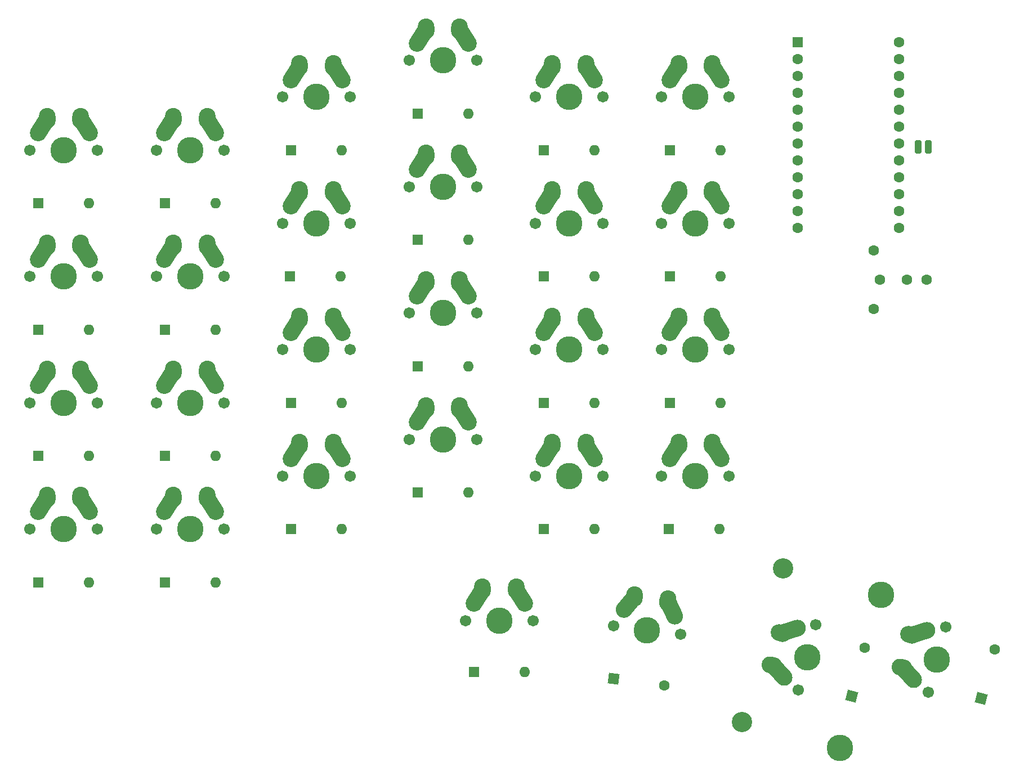
<source format=gbr>
%TF.GenerationSoftware,KiCad,Pcbnew,(6.0.2)*%
%TF.CreationDate,2022-03-02T20:59:58-08:00*%
%TF.ProjectId,CANDIEKEYBOARD,43414e44-4945-44b4-9559-424f4152442e,rev?*%
%TF.SameCoordinates,Original*%
%TF.FileFunction,Soldermask,Top*%
%TF.FilePolarity,Negative*%
%FSLAX46Y46*%
G04 Gerber Fmt 4.6, Leading zero omitted, Abs format (unit mm)*
G04 Created by KiCad (PCBNEW (6.0.2)) date 2022-03-02 20:59:58*
%MOMM*%
%LPD*%
G01*
G04 APERTURE LIST*
G04 Aperture macros list*
%AMRoundRect*
0 Rectangle with rounded corners*
0 $1 Rounding radius*
0 $2 $3 $4 $5 $6 $7 $8 $9 X,Y pos of 4 corners*
0 Add a 4 corners polygon primitive as box body*
4,1,4,$2,$3,$4,$5,$6,$7,$8,$9,$2,$3,0*
0 Add four circle primitives for the rounded corners*
1,1,$1+$1,$2,$3*
1,1,$1+$1,$4,$5*
1,1,$1+$1,$6,$7*
1,1,$1+$1,$8,$9*
0 Add four rect primitives between the rounded corners*
20,1,$1+$1,$2,$3,$4,$5,0*
20,1,$1+$1,$4,$5,$6,$7,0*
20,1,$1+$1,$6,$7,$8,$9,0*
20,1,$1+$1,$8,$9,$2,$3,0*%
%AMHorizOval*
0 Thick line with rounded ends*
0 $1 width*
0 $2 $3 position (X,Y) of the first rounded end (center of the circle)*
0 $4 $5 position (X,Y) of the second rounded end (center of the circle)*
0 Add line between two ends*
20,1,$1,$2,$3,$4,$5,0*
0 Add two circle primitives to create the rounded ends*
1,1,$1,$2,$3*
1,1,$1,$4,$5*%
%AMRotRect*
0 Rectangle, with rotation*
0 The origin of the aperture is its center*
0 $1 length*
0 $2 width*
0 $3 Rotation angle, in degrees counterclockwise*
0 Add horizontal line*
21,1,$1,$2,0,0,$3*%
G04 Aperture macros list end*
%ADD10R,1.600000X1.600000*%
%ADD11C,1.600000*%
%ADD12O,1.600000X1.600000*%
%ADD13C,1.701800*%
%ADD14C,3.987800*%
%ADD15HorizOval,2.500000X-0.604462X-0.948815X0.604462X0.948815X0*%
%ADD16HorizOval,2.500000X-0.019724X0.289328X0.019724X-0.289328X0*%
%ADD17HorizOval,2.500000X-0.019724X-0.289328X0.019724X0.289328X0*%
%ADD18HorizOval,2.500000X-0.604462X0.948815X0.604462X-0.948815X0*%
%ADD19RoundRect,0.250000X-0.250000X-0.750000X0.250000X-0.750000X0.250000X0.750000X-0.250000X0.750000X0*%
%ADD20RoundRect,0.250000X0.250000X0.750000X-0.250000X0.750000X-0.250000X-0.750000X0.250000X-0.750000X0*%
%ADD21HorizOval,2.500000X-0.760039X0.829437X0.760039X-0.829437X0*%
%ADD22HorizOval,2.500000X-0.284575X0.055831X0.284575X-0.055831X0*%
%ADD23HorizOval,2.500000X-0.274365X0.093936X0.274365X-0.093936X0*%
%ADD24HorizOval,2.500000X1.072932X0.338294X-1.072932X-0.338294X0*%
%ADD25HorizOval,2.500000X-0.018209X-0.289428X0.018209X0.289428X0*%
%ADD26HorizOval,2.500000X-0.723136X-0.861800X0.723136X0.861800X0*%
%ADD27HorizOval,2.500000X-0.057321X-0.284279X0.057321X0.284279X0*%
%ADD28HorizOval,2.500000X-0.475446X1.019596X0.475446X-1.019596X0*%
%ADD29RotRect,1.600000X1.600000X352.500000*%
%ADD30HorizOval,1.600000X0.000000X0.000000X0.000000X0.000000X0*%
%ADD31RotRect,1.600000X1.600000X75.000000*%
%ADD32HorizOval,1.600000X0.000000X0.000000X0.000000X0.000000X0*%
%ADD33C,3.048000*%
G04 APERTURE END LIST*
D10*
%TO.C,U1*%
X150404039Y-37547239D03*
D11*
X150404039Y-40087239D03*
X150404039Y-42627239D03*
X150404039Y-45167239D03*
X150404039Y-47707239D03*
X150404039Y-50247239D03*
X150404039Y-52787239D03*
X150404039Y-55327239D03*
X150404039Y-57867239D03*
X150404039Y-60407239D03*
X150404039Y-62947239D03*
X150404039Y-65487239D03*
X165644039Y-65487239D03*
X165644039Y-62947239D03*
X165644039Y-60407239D03*
X165644039Y-57867239D03*
X165644039Y-55327239D03*
X165644039Y-52787239D03*
X165644039Y-50247239D03*
X165644039Y-47707239D03*
X165644039Y-45167239D03*
X165644039Y-42627239D03*
X165644039Y-40087239D03*
X165644039Y-37547239D03*
%TD*%
D12*
%TO.C,D6*%
X138834039Y-53747239D03*
D10*
X131214039Y-53747239D03*
%TD*%
D13*
%TO.C,K8*%
X64104039Y-72747239D03*
D14*
X59024039Y-72747239D03*
D13*
X53944039Y-72747239D03*
D15*
X55769039Y-69227239D03*
D16*
X56504039Y-67957239D03*
D17*
X61544039Y-67957239D03*
D18*
X62279039Y-69227239D03*
%TD*%
D19*
%TO.C,REF\u002A\u002A*%
X170024039Y-53247239D03*
%TD*%
D20*
%TO.C,REF\u002A\u002A*%
X168524039Y-53247239D03*
%TD*%
D13*
%TO.C,K28*%
X170009238Y-135254142D03*
X172638840Y-125440336D03*
D14*
X171324039Y-130347239D03*
D21*
X167081524Y-132580285D03*
D22*
X166045030Y-131541629D03*
D23*
X167349478Y-126673363D03*
D24*
X168766436Y-126292107D03*
%TD*%
D10*
%TO.C,D25*%
X101714039Y-132247239D03*
D12*
X109334039Y-132247239D03*
%TD*%
D14*
%TO.C,K24*%
X135024039Y-102747239D03*
D13*
X129944039Y-102747239D03*
X140104039Y-102747239D03*
D16*
X132504039Y-97957239D03*
D15*
X131769039Y-99227239D03*
D18*
X138279039Y-99227239D03*
D17*
X137544039Y-97957239D03*
%TD*%
D14*
%TO.C,K26*%
X127724039Y-125947239D03*
D13*
X122687499Y-125284166D03*
X132760579Y-126610312D03*
D25*
X125850818Y-120869292D03*
D26*
X124956338Y-122032490D03*
D27*
X130847701Y-121527144D03*
D28*
X131410644Y-122882216D03*
%TD*%
D12*
%TO.C,D9*%
X81644039Y-72747239D03*
D10*
X74024039Y-72747239D03*
%TD*%
D13*
%TO.C,K7*%
X34944039Y-72747239D03*
D14*
X40024039Y-72747239D03*
D13*
X45104039Y-72747239D03*
D15*
X36769039Y-69227239D03*
D16*
X37504039Y-67957239D03*
D17*
X42544039Y-67957239D03*
D18*
X43279039Y-69227239D03*
%TD*%
D12*
%TO.C,D24*%
X138644039Y-110747239D03*
D10*
X131024039Y-110747239D03*
%TD*%
D29*
%TO.C,D26*%
X122746634Y-133249935D03*
D30*
X130301444Y-134244545D03*
%TD*%
D12*
%TO.C,D16*%
X100834039Y-86247239D03*
D10*
X93214039Y-86247239D03*
%TD*%
D12*
%TO.C,D2*%
X62834039Y-61747239D03*
D10*
X55214039Y-61747239D03*
%TD*%
D12*
%TO.C,D5*%
X119834039Y-53747239D03*
D10*
X112214039Y-53747239D03*
%TD*%
D13*
%TO.C,K20*%
X64104039Y-110747239D03*
X53944039Y-110747239D03*
D14*
X59024039Y-110747239D03*
D15*
X55769039Y-107227239D03*
D16*
X56504039Y-105957239D03*
D17*
X61544039Y-105957239D03*
D18*
X62279039Y-107227239D03*
%TD*%
D13*
%TO.C,K14*%
X53944039Y-91747239D03*
D14*
X59024039Y-91747239D03*
D13*
X64104039Y-91747239D03*
D16*
X56504039Y-86957239D03*
D15*
X55769039Y-88227239D03*
D18*
X62279039Y-88227239D03*
D17*
X61544039Y-86957239D03*
%TD*%
D11*
%TO.C,U2*%
X161797878Y-77668749D03*
X161797878Y-68868749D03*
X162797878Y-73268749D03*
X166797878Y-73268749D03*
X169797878Y-73268749D03*
%TD*%
D14*
%TO.C,K12*%
X135024039Y-64747239D03*
D13*
X129944039Y-64747239D03*
X140104039Y-64747239D03*
D15*
X131769039Y-61227239D03*
D16*
X132504039Y-59957239D03*
D17*
X137544039Y-59957239D03*
D18*
X138279039Y-61227239D03*
%TD*%
D12*
%TO.C,D18*%
X138834039Y-91747239D03*
D10*
X131214039Y-91747239D03*
%TD*%
D12*
%TO.C,D1*%
X43834039Y-61747239D03*
D10*
X36214039Y-61747239D03*
%TD*%
D12*
%TO.C,D8*%
X62834039Y-80747239D03*
D10*
X55214039Y-80747239D03*
%TD*%
D12*
%TO.C,D12*%
X138834039Y-72747239D03*
D10*
X131214039Y-72747239D03*
%TD*%
D12*
%TO.C,D22*%
X100834039Y-105247239D03*
D10*
X93214039Y-105247239D03*
%TD*%
D14*
%TO.C,K17*%
X116024039Y-83747239D03*
D13*
X110944039Y-83747239D03*
X121104039Y-83747239D03*
D16*
X113504039Y-78957239D03*
D15*
X112769039Y-80227239D03*
D18*
X119279039Y-80227239D03*
D17*
X118544039Y-78957239D03*
%TD*%
D12*
%TO.C,D20*%
X62834039Y-118747239D03*
D10*
X55214039Y-118747239D03*
%TD*%
D12*
%TO.C,D4*%
X100834039Y-48247239D03*
D10*
X93214039Y-48247239D03*
%TD*%
D12*
%TO.C,D13*%
X43834039Y-99747239D03*
D10*
X36214039Y-99747239D03*
%TD*%
D12*
%TO.C,D23*%
X119834039Y-110747239D03*
D10*
X112214039Y-110747239D03*
%TD*%
D12*
%TO.C,D21*%
X81834039Y-110747239D03*
D10*
X74214039Y-110747239D03*
%TD*%
D12*
%TO.C,D17*%
X119834039Y-91747239D03*
D10*
X112214039Y-91747239D03*
%TD*%
D14*
%TO.C,K3*%
X78024039Y-45747239D03*
D13*
X72944039Y-45747239D03*
X83104039Y-45747239D03*
D16*
X75504039Y-40957239D03*
D15*
X74769039Y-42227239D03*
D18*
X81279039Y-42227239D03*
D17*
X80544039Y-40957239D03*
%TD*%
D12*
%TO.C,D15*%
X81834039Y-91747239D03*
D10*
X74214039Y-91747239D03*
%TD*%
D14*
%TO.C,K11*%
X116024039Y-64747239D03*
D13*
X110944039Y-64747239D03*
X121104039Y-64747239D03*
D15*
X112769039Y-61227239D03*
D16*
X113504039Y-59957239D03*
D17*
X118544039Y-59957239D03*
D18*
X119279039Y-61227239D03*
%TD*%
D13*
%TO.C,K10*%
X102104039Y-59247239D03*
X91944039Y-59247239D03*
D14*
X97024039Y-59247239D03*
D16*
X94504039Y-54457239D03*
D15*
X93769039Y-55727239D03*
D17*
X99544039Y-54457239D03*
D18*
X100279039Y-55727239D03*
%TD*%
D14*
%TO.C,K22*%
X97024039Y-97247239D03*
D13*
X91944039Y-97247239D03*
X102104039Y-97247239D03*
D15*
X93769039Y-93727239D03*
D16*
X94504039Y-92457239D03*
D17*
X99544039Y-92457239D03*
D18*
X100279039Y-93727239D03*
%TD*%
D12*
%TO.C,D14*%
X62834039Y-99747239D03*
D10*
X55214039Y-99747239D03*
%TD*%
D13*
%TO.C,K6*%
X129944039Y-45747239D03*
D14*
X135024039Y-45747239D03*
D13*
X140104039Y-45747239D03*
D15*
X131769039Y-42227239D03*
D16*
X132504039Y-40957239D03*
D17*
X137544039Y-40957239D03*
D18*
X138279039Y-42227239D03*
%TD*%
D13*
%TO.C,K25*%
X100444039Y-124547239D03*
D14*
X105524039Y-124547239D03*
D13*
X110604039Y-124547239D03*
D16*
X103004039Y-119757239D03*
D15*
X102269039Y-121027239D03*
D18*
X108779039Y-121027239D03*
D17*
X108044039Y-119757239D03*
%TD*%
D12*
%TO.C,D3*%
X81834039Y-53747239D03*
D10*
X74214039Y-53747239D03*
%TD*%
D13*
%TO.C,K13*%
X45104039Y-91747239D03*
X34944039Y-91747239D03*
D14*
X40024039Y-91747239D03*
D15*
X36769039Y-88227239D03*
D16*
X37504039Y-86957239D03*
D17*
X42544039Y-86957239D03*
D18*
X43279039Y-88227239D03*
%TD*%
D13*
%TO.C,K1*%
X34944039Y-53747239D03*
D14*
X40024039Y-53747239D03*
D13*
X45104039Y-53747239D03*
D16*
X37504039Y-48957239D03*
D15*
X36769039Y-50227239D03*
D18*
X43279039Y-50227239D03*
D17*
X42544039Y-48957239D03*
%TD*%
D13*
%TO.C,K2*%
X53944039Y-53747239D03*
D14*
X59024039Y-53747239D03*
D13*
X64104039Y-53747239D03*
D15*
X55769039Y-50227239D03*
D16*
X56504039Y-48957239D03*
D18*
X62279039Y-50227239D03*
D17*
X61544039Y-48957239D03*
%TD*%
D12*
%TO.C,D11*%
X119834039Y-72747239D03*
D10*
X112214039Y-72747239D03*
%TD*%
D13*
%TO.C,K9*%
X83104039Y-64747239D03*
D14*
X78024039Y-64747239D03*
D13*
X72944039Y-64747239D03*
D15*
X74769039Y-61227239D03*
D16*
X75504039Y-59957239D03*
D18*
X81279039Y-61227239D03*
D17*
X80544039Y-59957239D03*
%TD*%
D31*
%TO.C,D28*%
X178024039Y-136247239D03*
D32*
X179996240Y-128886884D03*
%TD*%
D12*
%TO.C,D19*%
X43834039Y-118747239D03*
D10*
X36214039Y-118747239D03*
%TD*%
D13*
%TO.C,K4*%
X102104039Y-40247239D03*
D14*
X97024039Y-40247239D03*
D13*
X91944039Y-40247239D03*
D15*
X93769039Y-36727239D03*
D16*
X94504039Y-35457239D03*
D18*
X100279039Y-36727239D03*
D17*
X99544039Y-35457239D03*
%TD*%
D31*
%TO.C,D27*%
X158537939Y-135927417D03*
D32*
X160510140Y-128567062D03*
%TD*%
D14*
%TO.C,K5*%
X116024039Y-45747239D03*
D13*
X121104039Y-45747239D03*
X110944039Y-45747239D03*
D16*
X113504039Y-40957239D03*
D15*
X112769039Y-42227239D03*
D18*
X119279039Y-42227239D03*
D17*
X118544039Y-40957239D03*
%TD*%
D33*
%TO.C,K27*%
X148166829Y-116708165D03*
D14*
X162887538Y-120652568D03*
D33*
X141987265Y-139770610D03*
D13*
X150509238Y-134954142D03*
D14*
X156707975Y-143715013D03*
D13*
X153138840Y-125140336D03*
D14*
X151824039Y-130047239D03*
D22*
X146545030Y-131241629D03*
D21*
X147581524Y-132280285D03*
D23*
X147849478Y-126373363D03*
D24*
X149266436Y-125992107D03*
%TD*%
D13*
%TO.C,K23*%
X121104039Y-102747239D03*
X110944039Y-102747239D03*
D14*
X116024039Y-102747239D03*
D15*
X112769039Y-99227239D03*
D16*
X113504039Y-97957239D03*
D17*
X118544039Y-97957239D03*
D18*
X119279039Y-99227239D03*
%TD*%
D12*
%TO.C,D10*%
X100834039Y-67247239D03*
D10*
X93214039Y-67247239D03*
%TD*%
D13*
%TO.C,K21*%
X83104039Y-102747239D03*
X72944039Y-102747239D03*
D14*
X78024039Y-102747239D03*
D16*
X75504039Y-97957239D03*
D15*
X74769039Y-99227239D03*
D18*
X81279039Y-99227239D03*
D17*
X80544039Y-97957239D03*
%TD*%
D13*
%TO.C,K16*%
X102104039Y-78247239D03*
X91944039Y-78247239D03*
D14*
X97024039Y-78247239D03*
D15*
X93769039Y-74727239D03*
D16*
X94504039Y-73457239D03*
D17*
X99544039Y-73457239D03*
D18*
X100279039Y-74727239D03*
%TD*%
D14*
%TO.C,K18*%
X135024039Y-83747239D03*
D13*
X129944039Y-83747239D03*
X140104039Y-83747239D03*
D15*
X131769039Y-80227239D03*
D16*
X132504039Y-78957239D03*
D18*
X138279039Y-80227239D03*
D17*
X137544039Y-78957239D03*
%TD*%
D13*
%TO.C,K19*%
X45104039Y-110747239D03*
X34944039Y-110747239D03*
D14*
X40024039Y-110747239D03*
D16*
X37504039Y-105957239D03*
D15*
X36769039Y-107227239D03*
D17*
X42544039Y-105957239D03*
D18*
X43279039Y-107227239D03*
%TD*%
D13*
%TO.C,K15*%
X83104039Y-83747239D03*
X72944039Y-83747239D03*
D14*
X78024039Y-83747239D03*
D16*
X75504039Y-78957239D03*
D15*
X74769039Y-80227239D03*
D17*
X80544039Y-78957239D03*
D18*
X81279039Y-80227239D03*
%TD*%
D12*
%TO.C,D7*%
X43834039Y-80747239D03*
D10*
X36214039Y-80747239D03*
%TD*%
M02*

</source>
